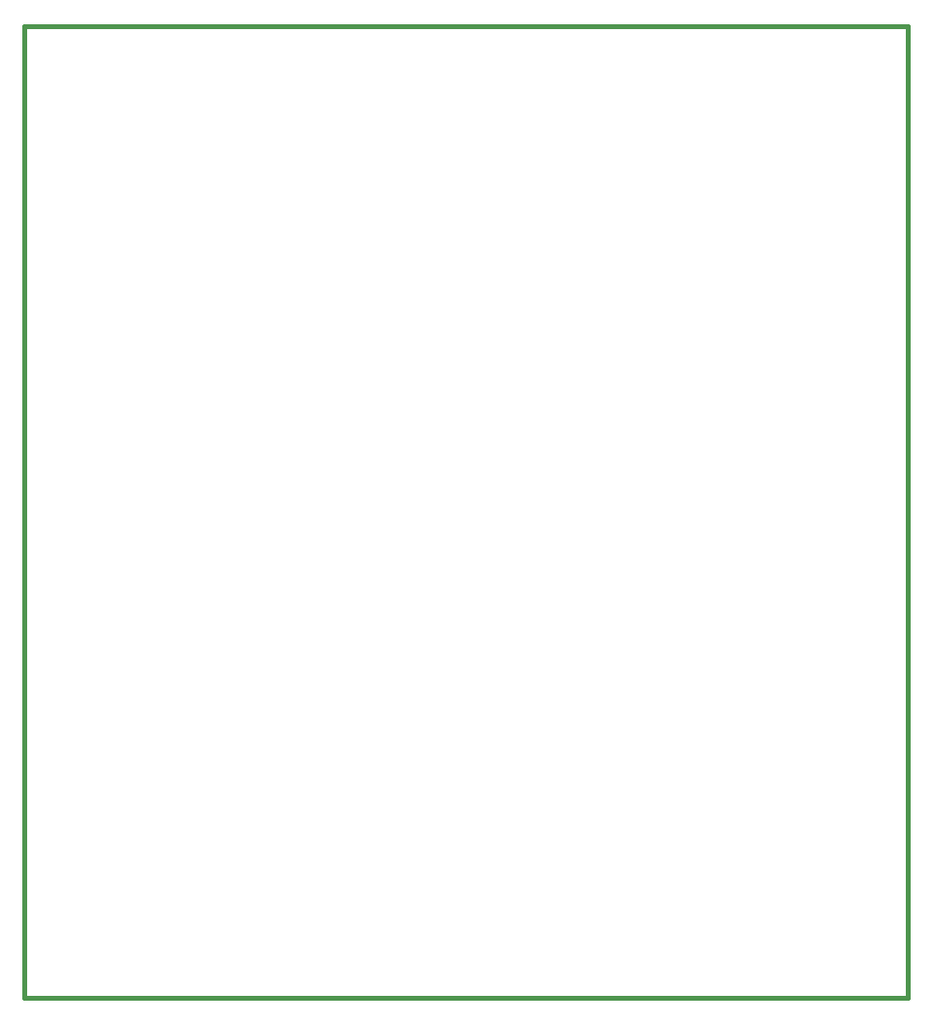
<source format=gm1>
G04 #@! TF.GenerationSoftware,KiCad,Pcbnew,9.0.0*
G04 #@! TF.CreationDate,2025-04-11T21:54:49+02:00*
G04 #@! TF.ProjectId,eConBadge,65436f6e-4261-4646-9765-2e6b69636164,rev?*
G04 #@! TF.SameCoordinates,Original*
G04 #@! TF.FileFunction,Profile,NP*
%FSLAX46Y46*%
G04 Gerber Fmt 4.6, Leading zero omitted, Abs format (unit mm)*
G04 Created by KiCad (PCBNEW 9.0.0) date 2025-04-11 21:54:49*
%MOMM*%
%LPD*%
G01*
G04 APERTURE LIST*
G04 #@! TA.AperFunction,Profile*
%ADD10C,0.400000*%
G04 #@! TD*
G04 APERTURE END LIST*
D10*
X121400000Y-14600000D02*
X198500000Y-14600000D01*
X198500000Y-99300000D01*
X121400000Y-99300000D01*
X121400000Y-14600000D01*
M02*

</source>
